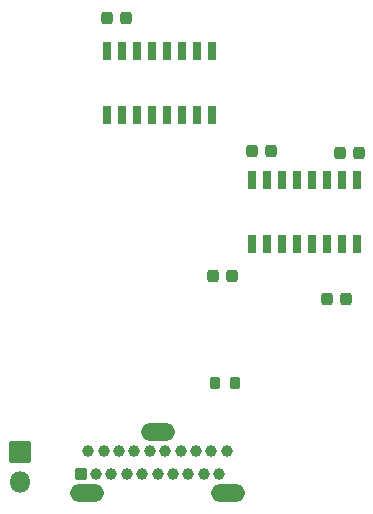
<source format=gbr>
%TF.GenerationSoftware,KiCad,Pcbnew,(6.0.0)*%
%TF.CreationDate,2022-02-14T22:10:37-06:00*%
%TF.ProjectId,MA710_encoder,4d413731-305f-4656-9e63-6f6465722e6b,rev?*%
%TF.SameCoordinates,Original*%
%TF.FileFunction,Soldermask,Top*%
%TF.FilePolarity,Negative*%
%FSLAX46Y46*%
G04 Gerber Fmt 4.6, Leading zero omitted, Abs format (unit mm)*
G04 Created by KiCad (PCBNEW (6.0.0)) date 2022-02-14 22:10:37*
%MOMM*%
%LPD*%
G01*
G04 APERTURE LIST*
G04 Aperture macros list*
%AMRoundRect*
0 Rectangle with rounded corners*
0 $1 Rounding radius*
0 $2 $3 $4 $5 $6 $7 $8 $9 X,Y pos of 4 corners*
0 Add a 4 corners polygon primitive as box body*
4,1,4,$2,$3,$4,$5,$6,$7,$8,$9,$2,$3,0*
0 Add four circle primitives for the rounded corners*
1,1,$1+$1,$2,$3*
1,1,$1+$1,$4,$5*
1,1,$1+$1,$6,$7*
1,1,$1+$1,$8,$9*
0 Add four rect primitives between the rounded corners*
20,1,$1+$1,$2,$3,$4,$5,0*
20,1,$1+$1,$4,$5,$6,$7,0*
20,1,$1+$1,$6,$7,$8,$9,0*
20,1,$1+$1,$8,$9,$2,$3,0*%
G04 Aperture macros list end*
%ADD10RoundRect,0.050000X-0.850000X-0.850000X0.850000X-0.850000X0.850000X0.850000X-0.850000X0.850000X0*%
%ADD11O,1.800000X1.800000*%
%ADD12RoundRect,0.268750X-0.218750X-0.256250X0.218750X-0.256250X0.218750X0.256250X-0.218750X0.256250X0*%
%ADD13RoundRect,0.050000X-0.450000X-0.450000X0.450000X-0.450000X0.450000X0.450000X-0.450000X0.450000X0*%
%ADD14C,1.000000*%
%ADD15O,2.900000X1.500000*%
%ADD16RoundRect,0.050000X0.300000X-0.750000X0.300000X0.750000X-0.300000X0.750000X-0.300000X-0.750000X0*%
%ADD17RoundRect,0.268750X0.218750X0.256250X-0.218750X0.256250X-0.218750X-0.256250X0.218750X-0.256250X0*%
%ADD18RoundRect,0.250000X-0.200000X-0.275000X0.200000X-0.275000X0.200000X0.275000X-0.200000X0.275000X0*%
G04 APERTURE END LIST*
D10*
%TO.C,J1*%
X152654000Y-136652000D03*
D11*
X152654000Y-139192000D03*
%TD*%
D12*
%TO.C,C2*%
X160096000Y-99949000D03*
X161671000Y-99949000D03*
%TD*%
%TO.C,C3*%
X172351500Y-111188500D03*
X173926500Y-111188500D03*
%TD*%
%TO.C,R1*%
X169037000Y-121729500D03*
X170612000Y-121729500D03*
%TD*%
D13*
%TO.C,J4*%
X157838000Y-138501000D03*
D14*
X158488000Y-136581000D03*
X159138000Y-138501000D03*
X159788000Y-136581000D03*
X160438000Y-138501000D03*
X161088000Y-136581000D03*
X161738000Y-138501000D03*
X162388000Y-136581000D03*
X163038000Y-138501000D03*
X163688000Y-136581000D03*
X164338000Y-138501000D03*
X164988000Y-136581000D03*
X165638000Y-138501000D03*
X166288000Y-136581000D03*
X166938000Y-138501000D03*
X167588000Y-136581000D03*
X168238000Y-138501000D03*
X168888000Y-136581000D03*
X169538000Y-138501000D03*
X170188000Y-136581000D03*
D15*
X158338000Y-140121000D03*
X170338000Y-140121000D03*
X164338000Y-134961000D03*
%TD*%
D16*
%TO.C,U9*%
X160083500Y-108110000D03*
X161353500Y-108110000D03*
X162623500Y-108110000D03*
X163893500Y-108110000D03*
X165163500Y-108110000D03*
X166433500Y-108110000D03*
X167703500Y-108110000D03*
X168973500Y-108110000D03*
X168973500Y-102710000D03*
X167703500Y-102710000D03*
X166433500Y-102710000D03*
X165163500Y-102710000D03*
X163893500Y-102710000D03*
X162623500Y-102710000D03*
X161353500Y-102710000D03*
X160083500Y-102710000D03*
%TD*%
%TO.C,U14*%
X172339000Y-119032000D03*
X173609000Y-119032000D03*
X174879000Y-119032000D03*
X176149000Y-119032000D03*
X177419000Y-119032000D03*
X178689000Y-119032000D03*
X179959000Y-119032000D03*
X181229000Y-119032000D03*
X181229000Y-113632000D03*
X179959000Y-113632000D03*
X178689000Y-113632000D03*
X177419000Y-113632000D03*
X176149000Y-113632000D03*
X174879000Y-113632000D03*
X173609000Y-113632000D03*
X172339000Y-113632000D03*
%TD*%
D17*
%TO.C,R3*%
X181381500Y-111315500D03*
X179806500Y-111315500D03*
%TD*%
%TO.C,R2*%
X180302000Y-123698000D03*
X178727000Y-123698000D03*
%TD*%
D18*
%TO.C,R4*%
X169228000Y-130810000D03*
X170878000Y-130810000D03*
%TD*%
M02*

</source>
